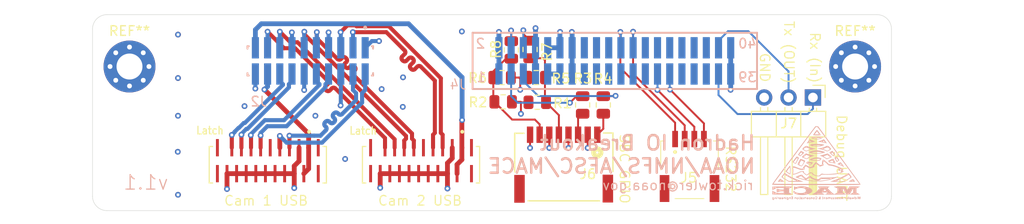
<source format=kicad_pcb>
(kicad_pcb (version 20241229) (generator "pcbnew") (generator_version "9.0")
  (layers (0 "F.Cu" signal) (4 "In1.Cu" signal) (6 "In2.Cu" signal) (2 "B.Cu" signal) (13 "F.Paste" user) (15 "B.Paste" user) (5 "F.SilkS" user "F.Silkscreen") (7 "B.SilkS" user "B.Silkscreen") (1 "F.Mask" user) (3 "B.Mask" user) (25 "Edge.Cuts" user))
  (net 0 "")
  (net 1 "USB1 VBUS")
  (net 2 "GND")
  (net 3 "USB1_D_P")
  (net 4 "USB1_RX_N")
  (net 5 "USB1_D_N")
  (net 7 "USB1_TX_N")
  (net 8 "USB1_TX_P")
  (net 9 "USB1_RX_P")
  (net 10 "USB0_TX_N")
  (net 11 "USB0_D_P")
  (net 12 "USB0 VBUS")
  (net 13 "USB0_TX_P")
  (net 14 "USB0_D_N")
  (net 15 "USB0_RX_N")
  (net 16 "USB0_RX_P")
  (net 18 "SBC_RS232-1-Rx")
  (net 19 "SBC_RS232-0-Tx")
  (net 20 "SBC_RS232-0-Rx")
  (net 22 "SBC_RS232-1-Tx")
  (net 24 "SBC_GPIO11")
  (net 25 "Net-(J4-Pad5)")
  (net 26 "SBC_GPIO10")
  (net 27 "Net-(J4-Pad3)")
  (net 28 "SBC_GPIO13")
  (net 29 "Net-(J4-Pad4)")
  (net 30 "SBC_GPIO12")
  (net 31 "Net-(J4-Pad6)")
  (net 32 "SBC_Debug-Rx")
  (net 36 "SBC_Debug-Tx")
  (net 37 "3.3v")
  (net 39 "5v")
  (footprint "Ricks_Library:CONN_JST_SM08B-NSHSS-TB" (layer "F.Cu") (at 70.2 35.4 180)
    (property "Reference" "J6")
    (property "Value" "SM08B-NSHSS-TB LFSN")
  )
  (footprint "Resistor_SMD:R_0805_2012Metric" (layer "F.Cu") (at 74.325 29 90)
    (property "Reference" "R4")
    (property "Value" "1k")
  )
  (footprint "Resistor_SMD:R_0805_2012Metric" (layer "F.Cu") (at 72.175 29 90)
    (property "Reference" "R3")
    (property "Value" "1k")
  )
  (footprint "Resistor_SMD:R_0805_2012Metric" (layer "F.Cu") (at 67.45 28.725)
    (property "Reference" "R1")
    (property "Value" "10k")
  )
  (footprint "Resistor_SMD:R_0805_2012Metric" (layer "F.Cu") (at 66.7 23.225 90)
    (property "Reference" "R7")
    (property "Value" "1k")
  )
  (footprint "Resistor_SMD:R_0805_2012Metric" (layer "F.Cu") (at 64.75 23.275 90)
    (property "Reference" "R8")
    (property "Value" "1k")
  )
  (footprint "MountingHole:MountingHole_2.7mm_M2.5_Pad_Via" (layer "F.Cu") (at 100.54 25)
    (property "Reference" "REF**")
    (property "Value" "MountingHole_2.7mm_M2.5_Pad_Via")
  )
  (footprint "Ricks_Library:HRS_TF38-18S-0.5SV_830_" (layer "F.Cu") (at 39.4 34.8)
    (property "Reference" "J1" (hide yes))
    (property "Value" "TF38-18S-0.5SV_830_")
  )
  (footprint "Resistor_SMD:R_0805_2012Metric" (layer "F.Cu") (at 67.3375 26.15 180)
    (property "Reference" "R5")
    (property "Value" "10k")
  )
  (footprint "Ricks_Library:CONN_JST_SM04B-NSHSS-TB" (layer "F.Cu") (at 83.3 35.4 180)
    (property "Reference" "J5")
    (property "Value" "SM04B-NSHSS-TB_LF__SN_" (hide yes))
  )
  (footprint "MountingHole:MountingHole_2.7mm_M2.5_Pad_Via" (layer "F.Cu") (at 25 25)
    (property "Reference" "REF**")
    (property "Value" "MountingHole_2.7mm_M2.5_Pad_Via")
  )
  (footprint "Ricks_Library:HRS_TF38-18S-0.5SV_830_" (layer "F.Cu") (at 55.35 34.8)
    (property "Reference" "J3" (hide yes))
    (property "Value" "TF38-18S-0.5SV_830_")
  )
  (footprint "Resistor_SMD:R_0805_2012Metric" (layer "F.Cu") (at 63.7875 26.15)
    (property "Reference" "R6")
    (property "Value" "10k")
  )
  (footprint "Connector_PinHeader_2.54mm:PinHeader_1x03_P2.54mm_Horizontal" (layer "F.Cu") (at 96.15 28.225 -90)
    (property "Reference" "J7")
    (property "Value" "Conn_01x03_Pin")
  )
  (footprint "Resistor_SMD:R_0805_2012Metric" (layer "F.Cu") (at 63.9 28.675 180)
    (property "Reference" "R2")
    (property "Value" "10k")
  )
  (footprint "Ricks_Library:SAMTEC_SFM-110-02-L-D-A" (layer "B.Cu") (at 43.82 24.4135)
    (property "Reference" "J2")
    (property "Value" "SFM-110-02-L-D-A")
  )
  (footprint "Ricks_Library:mace_logo-10x10" (layer "B.Cu") (at 96.496814 35.302177 180)
    (property "Reference" "G***" (hide yes))
    (property "Value" "LOGO" (hide yes))
  )
  (footprint "Ricks_Library:SAMTEC-SFM-120-02-X-D-A" (layer "B.Cu") (at 75.524 24.4135)
    (property "Reference" "J4")
    (property "Value" "SAMTEC-SFM-120-02-L-D-A")
  )
  (gr_arc (start 21.15 21.1) (mid 21.58934 20.03934) (end 22.65 19.6) (stroke (width 0.05)) (layer "Edge.Cuts"))
  (gr_arc (start 104.325 38.5) (mid 103.88566 39.56066) (end 102.825 40) (stroke (width 0.05)) (layer "Edge.Cuts"))
  (gr_line (start 21.15 38.5) (end 21.15 21.1) (stroke (width 0.05)) (layer "Edge.Cuts"))
  (gr_line (start 102.825 40) (end 22.65 40) (stroke (width 0.05)) (layer "Edge.Cuts"))
  (gr_line (start 22.65 19.6) (end 102.825 19.6) (stroke (width 0.05)) (layer "Edge.Cuts"))
  (gr_arc (start 22.65 40) (mid 21.58934 39.56066) (end 21.15 38.5) (stroke (width 0.05)) (layer "Edge.Cuts"))
  (gr_line (start 104.325 21.1) (end 104.325 38.5) (stroke (width 0.05)) (layer "Edge.Cuts"))
  (gr_arc (start 102.825 19.6) (mid 103.88566 20.03934) (end 104.325 21.1) (stroke (width 0.05)) (layer "Edge.Cuts"))
  (gr_text "Rx (In)" (at 95.775 21.35 270) (layer "F.SilkS") (effects (font (size 1 1) (thickness 0.127)) (justify left bottom)))
  (gr_text "SBC GPIO" (at 75.95 31.95 -90) (layer "F.SilkS") (effects (font (size 1 1) (thickness 0.127)) (justify left bottom)))
  (gr_text "Cam 1 USB" (at 34.775 39.55 0) (layer "F.SilkS") (effects (font (size 1 1) (thickness 0.127)) (justify left bottom)))
  (gr_text "Latch" (at 47.825 32.15 0) (layer "F.SilkS") (effects (font (size 0.8 0.7) (thickness 0.127) (bold yes)) (justify left bottom)))
  (gr_text "Latch" (at 31.875 32.125 0) (layer "F.SilkS") (effects (font (size 0.8 0.7) (thickness 0.127) (bold yes)) (justify left bottom)))
  (gr_text "Debug UART" (at 98.55 29.95 270) (layer "F.SilkS") (effects (font (size 1 1) (thickness 0.127)) (justify left bottom)))
  (gr_text "Cam 2 USB" (at 50.8 39.55 0) (layer "F.SilkS") (effects (font (size 1 1) (thickness 0.127)) (justify left bottom)))
  (gr_text "RS232" (at 87 33.175 -90) (layer "F.SilkS") (effects (font (size 1 1) (thickness 0.127)) (justify left bottom)))
  (gr_text "Tx (OUT)" (at 93.075 20.175 270) (layer "F.SilkS") (effects (font (size 1 1) (thickness 0.127)) (justify left bottom)))
  (gr_text "GND" (at 90.55 23.5 270) (layer "F.SilkS") (effects (font (size 1 1) (thickness 0.127)) (justify left bottom)))
  (gr_text "rick.towler@noaa.gov" (at 90.05 37.95 0) (layer "B.SilkS") (effects (font (size 1 1) (thickness 0.127)) (justify left bottom mirror)))
  (gr_text "v1.1\n" (at 29.15 37.95 0) (layer "B.SilkS") (effects (font (size 1.5 1.5) (thickness 0.13)) (justify left bottom mirror)))
  (gr_text "Hadron IO Breakout\nNOAA/NMFS/AFSC/MACE\n" (at 90.275 36.25 -0) (layer "B.SilkS") (effects (font (size 1.5 1.5) (thickness 0.254) (bold yes)) (justify left bottom mirror)))
  (segment (start 39.05 27.4) (end 43.65 32) (width 0.5) (layer "F.Cu") (net 1))
  (segment (start 43.15 36.15) (end 43.65 35.65) (width 0.5) (layer "F.Cu") (net 1))
  (segment (start 43.65 32) (end 43.65 33.45) (width 0.5) (layer "F.Cu") (net 1))
  (segment (start 43.65 35.65) (end 43.65 33.45) (width 0.5) (layer "F.Cu") (net 1))
  (via (at 39.05 27.4) (size 0.6) (drill 0.3) (layers "F.Cu" "B.Cu") (net 1))
  (segment (start 39.375 25.7785) (end 39.375 27.075) (width 0.5) (layer "B.Cu") (net 1))
  (segment (start 39.375 27.075) (end 39.05 27.4) (width 0.5) (layer "B.Cu") (net 1))
  (segment (start 65.725 28.675) (end 65.775 28.725) (width 0.2) (layer "F.Cu") (net 2))
  (segment (start 64.8125 28.675) (end 65.725 28.675) (width 0.2) (layer "F.Cu") (net 2))
  (segment (start 51.1 36.15) (end 52.1 36.15) (width 0.5) (layer "F.Cu") (net 2))
  (segment (start 35.15 36.15) (end 35.15 37.75) (width 0.5) (layer "F.Cu") (net 2))
  (segment (start 70.700001 33.474999) (end 70.7 33.475) (width 0.2) (layer "F.Cu") (net 2))
  (segment (start 42.15 36.15) (end 41.15 36.15) (width 0.5) (layer "F.Cu") (net 2))
  (segment (start 65.75 29.925) (end 65.75 28.75) (width 0.2) (layer "F.Cu") (net 2))
  (segment (start 65.775 28.725) (end 66.5375 28.725) (width 0.2) (layer "F.Cu") (net 2))
  (segment (start 68.7 32.1) (end 68.7 33.475) (width 0.2) (layer "F.Cu") (net 2))
  (segment (start 66.7 32.1) (end 66.7 33.475) (width 0.2) (layer "F.Cu") (net 2))
  (segment (start 57.1 36.15) (end 58.1 36.15) (width 0.5) (layer "F.Cu") (net 2))
  (segment (start 42.15 36.15) (end 42.15 37.65) (width 0.5) (layer "F.Cu") (net 2))
  (segment (start 39.15 36.15) (end 40.15 36.15) (width 0.5) (layer "F.Cu") (net 2))
  (segment (start 54.1 36.15) (end 55.1 36.15) (width 0.5) (layer "F.Cu") (net 2))
  (segment (start 58.1 36.15) (end 58.1 35.05) (width 0.5) (layer "F.Cu") (net 2))
  (segment (start 58.1 36.15) (end 58.1 37.7) (width 0.5) (layer "F.Cu") (net 2))
  (segment (start 35.15 36.15) (end 36.15 36.15) (width 0.5) (layer "F.Cu") (net 2))
  (segment (start 42.65 33.45) (end 42.65 34.85) (width 0.5) (layer "F.Cu") (net 2))
  (segment (start 65.75 28.75) (end 65.775 28.725) (width 0.2) (layer "F.Cu") (net 2))
  (segment (start 51.1 37.625) (end 51.1 36.15) (width 0.5) (layer "F.Cu") (net 2))
  (segment (start 42.15 35.35) (end 42.15 36.15) (width 0.5) (layer "F.Cu") (net 2))
  (segment (start 58.6 34.55) (end 58.6 33.45) (width 0.5) (layer "F.Cu") (net 2))
  (segment (start 66.5375 28.725) (end 66.5375 29.1375) (width 0.2) (layer "F.Cu") (net 2))
  (segment (start 36.15 36.15) (end 37.15 36.15) (width 0.5) (layer "F.Cu") (net 2))
  (segment (start 38.15 36.15) (end 39.15 36.15) (width 0.5) (layer "F.Cu") (net 2))
  (segment (start 70.700001 32.1) (end 70.700001 33.474999) (width 0.2) (layer "F.Cu") (net 2))
  (segment (start 56.1 36.15) (end 57.1 36.15) (width 0.5) (layer "F.Cu") (net 2))
  (segment (start 53.1 36.15) (end 54.1 36.15) (width 0.5) (layer "F.Cu") (net 2))
  (segment (start 42.65 34.85) (end 42.15 35.35) (width 0.5) (layer "F.Cu") (net 2))
  (segment (start 55.1 36.15) (end 56.1 36.15) (width 0.5) (layer "F.Cu") (net 2))
  (segment (start 37.15 36.15) (end 38.15 36.15) (width 0.5) (layer "F.Cu") (net 2))
  (segment (start 58.1 35.05) (end 58.6 34.55) (width 0.5) (layer "F.Cu") (net 2))
  (segment (start 72.7 32.1) (end 72.7 33.475) (width 0.2) (layer "F.Cu") (net 2))
  (segment (start 52.1 36.15) (end 53.1 36.15) (width 0.5) (layer "F.Cu") (net 2))
  (segment (start 40.15 36.15) (end 41.15 36.15) (width 0.5) (layer "F.Cu") (net 2))
  (via (at 42.15 37.65) (size 0.6) (drill 0.3) (layers "F.Cu" "B.Cu") (net 2))
  (via (at 50.975 22.35) (size 0.6) (drill 0.3) (layers "F.Cu" "B.Cu") (net 2))
  (via (at 30.05 26.2) (size 0.6) (drill 0.3) (layers "F.Cu" "B.Cu") (net 2))
  (via (at 51.1 37.625) (size 0.6) (drill 0.3) (layers "F.Cu" "B.Cu") (net 2))
  (via (at 67.269 21.006) (size 0.6) (drill 0.3) (layers "F.Cu" "B.Cu") (net 2))
  (via (at 46.975 29.050735) (size 0.6) (drill 0.3) (layers "F.Cu" "B.Cu") (net 2))
  (via (at 51.25 27.35) (size 0.6) (drill 0.3) (layers "F.Cu" "B.Cu") (net 2))
  (via (at 36.975 29.125) (size 0.6) (drill 0.3) (layers "F.Cu" "B.Cu") (net 2))
  (via (at 30.025 33.875) (size 0.6) (drill 0.3) (layers "F.Cu" "B.Cu") (net 2))
  (via (at 44.35 30.125) (size 0.6) (drill 0.3) (layers "F.Cu" "B.Cu") (net 2))
  (via (at 41.9 21.45) (size 0.6) (drill 0.3) (layers "F.Cu" "B.Cu") (net 2))
  (via (at 53.45 29.2) (size 0.6) (drill 0.3) (layers "F.Cu" "B.Cu") (net 2))
  (via (at 43.185754 27.446415) (size 0.6) (drill 0.3) (layers "F.Cu" "B.Cu") (net 2))
  (via (at 71.05 21.4) (size 0.6) (drill 0.3) (layers "F.Cu" "B.Cu") (net 2))
  (via (at 66.7 33.475) (size 0.6) (drill 0.3) (layers "F.Cu" "B.Cu") (net 2))
  (via (at 53.475 26.125) (size 0.6) (drill 0.3) (layers "F.Cu" "B.Cu") (net 2))
  (via (at 72.7 33.475) (size 0.6) (drill 0.3) (layers "F.Cu" "B.Cu") (net 2))
  (via (at 68.7 33.475) (size 0.6) (drill 0.3) (layers "F.Cu" "B.Cu") (net 2))
  (via (at 63.459 21.4) (size 0.6) (drill 0.3) (layers "F.Cu" "B.Cu") (net 2))
  (via (at 70.7 33.475) (size 0.6) (drill 0.3) (layers "F.Cu" "B.Cu") (net 2))
  (via (at 30.05 38.35) (size 0.6) (drill 0.3) (layers "F.Cu" "B.Cu") (net 2))
  (via (at 87.575 27.425) (size 0.6) (drill 0.3) (layers "F.Cu" "B.Cu") (net 2))
  (via (at 47.45 34.625) (size 0.6) (drill 0.3) (layers "F.Cu" "B.Cu") (net 2))
  (via (at 59.6 21.35) (size 0.6) (drill 0.3) (layers "F.Cu" "B.Cu") (net 2))
  (via (at 30.05 21.675) (size 0.6) (drill 0.3) (layers "F.Cu" "B.Cu") (net 2))
  (via (at 58.1 37.7) (size 0.6) (drill 0.3) (layers "F.Cu" "B.Cu") (net 2))
  (via (at 65.75 29.925) (size 0.6) (drill 0.3) (layers "F.Cu" "B.Cu") (net 2))
  (via (at 30.05 30.125) (size 0.6) (drill 0.3) (layers "F.Cu" "B.Cu") (net 2))
  (via (at 35.15 37.75) (size 0.6) (drill 0.3) (layers "F.Cu" "B.Cu") (net 2))
  (via (at 38.1 27.3) (size 0.6) (drill 0.3) (layers "F.Cu" "B.Cu") (net 2))
  (via (at 45.725 21.45) (size 0.6) (drill 0.3) (layers "F.Cu" "B.Cu") (net 2))
  (segment (start 71.079 23.0485) (end 71.079 25.7785) (width 0.5) (layer "B.Cu") (net 2))
  (segment (start 41.915 21.465) (end 41.9 21.45) (width 0.2) (layer "B.Cu") (net 2))
  (segment (start 67.269 21.006) (end 67.269 23.0485) (width 0.5) (layer "B.Cu") (net 2))
  (segment (start 50.2335 22.35) (end 49.535 23.0485) (width 0.42) (layer "B.Cu") (net 2))
  (segment (start 71.079 21.429) (end 71.05 21.4) (width 0.5) (layer "B.Cu") (net 2))
  (segment (start 87.589 25.7785) (end 87.589 27.411) (width 0.5) (layer "B.Cu") (net 2))
  (segment (start 46.997048 25.780548) (end 46.995 25.7785) (width 0.42) (layer "B.Cu") (net 2))
  (segment (start 46.975 29.050735) (end 46.997048 29.028687) (width 0.42) (layer "B.Cu") (net 2))
  (segment (start 46.997048 29.028687) (end 46.997048 25.780548) (width 0.42) (layer "B.Cu") (net 2))
  (segment (start 87.589 25.7785) (end 87.589 23.0485) (width 0.5) (layer "B.Cu") (net 2))
  (segment (start 45.725 23.7885) (end 45.725 21.45) (width 0.42) (layer "B.Cu") (net 2))
  (segment (start 67.269 23.0485) (end 67.269 25.7785) (width 0.5) (layer "B.Cu") (net 2))
  (segment (start 38.1 27.3) (end 38.105 27.295) (width 0.2) (layer "B.Cu") (net 2))
  (segment (start 43.185754 27.446415) (end 43.185753 27.446415) (width 0.2) (layer "B.Cu") (net 2))
  (segment (start 63.459 23.0485) (end 63.459 25.7785) (width 0.5) (layer "B.Cu") (net 2))
  (segment (start 63.459 21.4) (end 63.459 23.0485) (width 0.5) (layer "B.Cu") (net 2))
  (segment (start 50.975 22.35) (end 50.2335 22.35) (width 0.42) (layer "B.Cu") (net 2))
  (segment (start 38.105 27.295) (end 38.105 25.7785) (width 0.42) (layer "B.Cu") (net 2))
  (segment (start 43.185753 27.446415) (end 43.185 27.445662) (width 0.2) (layer "B.Cu") (net 2))
  (segment (start 87.589 27.411) (end 87.575 27.425) (width 0.5) (layer "B.Cu") (net 2))
  (segment (start 43.185 27.445662) (end 43.185 25.7785) (width 0.42) (layer "B.Cu") (net 2))
  (segment (start 41.915 23.7885) (end 41.915 21.465) (width 0.42) (layer "B.Cu") (net 2))
  (segment (start 71.079 23.0485) (end 71.079 21.429) (width 0.5) (layer "B.Cu") (net 2))
  (segment (start 40.65 33.45) (end 40.65 32.225) (width 0.5) (layer "F.Cu") (net 3))
  (via (at 40.65 32.225) (size 0.6) (drill 0.3) (layers "F.Cu" "B.Cu") (remove_unused_layers yes) (net 3))
  (segment (start 45.04463 32.925) (end 41.35 32.925) (width 0.4256) (layer "B.Cu") (net 3))
  (segment (start 49.535 27.443501) (end 49.2144 27.764101) (width 0.4256) (layer "B.Cu") (net 3))
  (segment (start 49.2144 27.764101) (end 49.2144 28.75523) (width 0.4256) (layer "B.Cu") (net 3))
  (segment (start 41.35 32.925) (end 40.65 32.225) (width 0.4256) (layer "B.Cu") (net 3))
  (segment (start 49.535 25.7785) (end 49.535 27.443501) (width 0.4256) (layer "B.Cu") (net 3))
  (segment (start 49.2144 28.75523) (end 45.04463 32.925) (width 0.4256) (layer "B.Cu") (net 3))
  (segment (start 36.65 33.45) (end 36.65 32.1) (width 0.4256) (layer "F.Cu") (net 4))
  (segment (start 36.65 32.1) (end 36.65 32.099999) (width 0.4256) (layer "F.Cu") (net 4))
  (via (at 36.65 32.1) (size 0.6) (drill 0.3) (layers "F.Cu" "B.Cu") (remove_unused_layers yes) (net 4))
  (segment (start 36.65 32.014258) (end 36.65 32.1) (width 0.4256) (layer "B.Cu") (net 4))
  (segment (start 41.5944 27.17523) (end 37.277165 31.492465) (width 0.4256) (layer "B.Cu") (net 4))
  (segment (start 37.277165 31.492465) (end 37.171793 31.492465) (width 0.4256) (layer "B.Cu") (net 4))
  (segment (start 37.171793 31.492465) (end 36.65 32.014258) (width 0.4256) (layer "B.Cu") (net 4))
  (segment (start 41.915 26.5185) (end 41.5944 26.8391) (width 0.4256) (layer "B.Cu") (net 4))
  (segment (start 41.915 25.7785) (end 41.915 26.5185) (width 0.4256) (layer "B.Cu") (net 4))
  (segment (start 41.5944 26.8391) (end 41.5944 27.17523) (width 0.4256) (layer "B.Cu") (net 4))
  (segment (start 41.65 32.2) (end 41.65 33.45) (width 0.4256) (layer "F.Cu") (net 5))
  (via (at 41.65 32.2) (size 0.6) (drill 0.3) (layers "F.Cu" "B.Cu") (remove_unused_layers yes) (net 5))
  (segment (start 45.435274 30.735612) (end 45.3468 30.824085) (width 0.4256) (layer "B.Cu") (net 5))
  (segment (start 44.881455 32.198915) (end 44.88037 32.2) (width 0.4256) (layer "B.Cu") (net 5))
  (segment (start 48.265 27.443501) (end 48.5856 27.764101) (width 0.4256) (layer "B.Cu") (net 5))
  (segment (start 46.332381 30.747986) (end 46.243909 30.83646) (width 0.4256) (layer "B.Cu") (net 5))
  (segment (start 46.320031 29.850903) (end 46.231557 29.939376) (width 0.4256) (layer "B.Cu") (net 5))
  (segment (start 45.447648 31.632719) (end 45.359176 31.721193) (width 0.4256) (layer "B.Cu") (net 5))
  (segment (start 48.265 25.7785) (end 48.265 26.412103) (width 0.2) (layer "B.Cu") (net 5))
  (segment (start 45.3468 31.177978) (end 45.447648 31.278826) (width 0.4256) (layer "B.Cu") (net 5))
  (segment (start 45.890016 30.836461) (end 45.789167 30.735612) (width 0.4256) (layer "B.Cu") (net 5))
  (segment (start 48.5856 27.764101) (end 48.5856 28.49477) (width 0.4256) (layer "B.Cu") (net 5))
  (segment (start 46.231557 30.293269) (end 46.332381 30.394093) (width 0.4256) (layer "B.Cu") (net 5))
  (segment (start 45.359176 31.721193) (end 44.881455 32.198915) (width 0.4256) (layer "B.Cu") (net 5))
  (segment (start 48.5856 28.49477) (end 47.128642 29.951728) (width 0.4256) (layer "B.Cu") (net 5))
  (segment (start 44.2285 32.2) (end 41.65 32.2) (width 0.4256) (layer "B.Cu") (net 5))
  (segment (start 46.774749 29.951728) (end 46.673924 29.850903) (width 0.4256) (layer "B.Cu") (net 5))
  (segment (start 44.88037 32.2) (end 44.2285 32.2) (width 0.4256) (layer "B.Cu") (net 5))
  (segment (start 46.243909 30.83646) (end 46.243909 30.836461) (width 0.4256) (layer "B.Cu") (net 5))
  (segment (start 48.265 25.7785) (end 48.265 27.443501) (width 0.4256) (layer "B.Cu") (net 5))
  (arc (start 45.789167 30.735612) (mid 45.612221 30.662318) (end 45.435274 30.735612) (width 0.4256) (layer "B.Cu") (net 5))
  (arc (start 45.3468 30.824085) (mid 45.273507 31.001031) (end 45.3468 31.177978) (width 0.4256) (layer "B.Cu") (net 5))
  (arc (start 46.673924 29.850903) (mid 46.496978 29.777609) (end 46.320031 29.850903) (width 0.4256) (layer "B.Cu") (net 5))
  (arc (start 45.447648 31.278826) (mid 45.520941 31.455773) (end 45.447648 31.632719) (width 0.4256) (layer "B.Cu") (net 5))
  (arc (start 46.243909 30.836461) (mid 46.066962 30.909755) (end 45.890016 30.836461) (width 0.4256) (layer "B.Cu") (net 5))
  (arc (start 46.231557 29.939376) (mid 46.158264 30.116322) (end 46.231557 30.293269) (width 0.4256) (layer "B.Cu") (net 5))
  (arc (start 46.332381 30.394093) (mid 46.405674 30.57104) (end 46.332381 30.747986) (width 0.4256) (layer "B.Cu") (net 5))
  (arc (start 47.128642 29.951728) (mid 46.951695 30.025022) (end 46.774749 29.951728) (width 0.4256) (layer "B.Cu") (net 5))
  (segment (start 38.65 33.45) (end 38.65 32.175) (width 0.4256) (layer "F.Cu") (net 7))
  (segment (start 38.65 32.175) (end 38.65 32.099999) (width 0.4256) (layer "F.Cu") (net 7))
  (via (at 38.65 32.175) (size 0.6) (drill 0.3) (layers "F.Cu" "B.Cu") (remove_unused_layers yes) (net 7))
  (segment (start 45.725 25.7785) (end 45.725 26.5185) (width 0.4256) (layer "B.Cu") (net 7))
  (segment (start 45.4044 26.8391) (end 45.4044 27.16523) (width 0.4256) (layer "B.Cu") (net 7))
  (segment (start 45.725 26.5185) (end 45.4044 26.8391) (width 0.4256) (layer "B.Cu") (net 7))
  (segment (start 38.65 31.9144) (end 39.35 31.2144) (width 0.4256) (layer "B.Cu") (net 7))
  (segment (start 45.4044 27.16523) (end 41.35523 31.2144) (width 0.4256) (layer "B.Cu") (net 7))
  (segment (start 38.65 32.175) (end 38.65 31.9144) (width 0.4256) (layer "B.Cu") (net 7))
  (segment (start 41.35523 31.2144) (end 39.35 31.2144) (width 0.4256) (layer "B.Cu") (net 7))
  (segment (start 37.65 32.175) (end 37.625 32.15) (width 0.4256) (layer "F.Cu") (net 8))
  (segment (start 37.65 32.125) (end 37.65 32.099999) (width 0.4256) (layer "F.Cu") (net 8))
  (segment (start 37.65 33.45) (end 37.65 32.175) (width 0.4256) (layer "F.Cu") (net 8))
  (segment (start 37.625 32.15) (end 37.65 32.125) (width 0.4256) (layer "F.Cu") (net 8))
  (via (at 37.625 32.15) (size 0.6) (drill 0.3) (layers "F.Cu" "B.Cu") (remove_unused_layers yes) (net 8))
  (segment (start 44.7756 26.90477) (end 41.09477 30.5856) (width 0.4256) (layer "B.Cu") (net 8))
  (segment (start 41.09477 30.5856) (end 39.094068 30.5856) (width 0.4256) (layer "B.Cu") (net 8))
  (segment (start 37.625 32.054668) (end 37.625 32.15) (width 0.4256) (layer "B.Cu") (net 8))
  (segment (start 44.455 26.5185) (end 44.7756 26.8391) (width 0.4256) (layer "B.Cu") (net 8))
  (segment (start 44.455 25.7785) (end 44.455 26.5185) (width 0.4256) (layer "B.Cu") (net 8))
  (segment (start 39.094068 30.5856) (end 37.625 32.054668) (width 0.4256) (layer "B.Cu") (net 8))
  (segment (start 44.7756 26.8391) (end 44.7756 26.90477) (width 0.4256) (layer "B.Cu") (net 8))
  (segment (start 35.65 32.125) (end 35.65 32.099999) (width 0.4256) (layer "F.Cu") (net 9))
  (segment (start 35.65 33.45) (end 35.65 32.125) (width 0.4256) (layer "F.Cu") (net 9))
  (via (at 35.65 32.125) (size 0.6) (drill 0.3) (layers "F.Cu" "B.Cu") (remove_unused_layers yes) (net 9))
  (segment (start 40.645 26.5185) (end 40.9656 26.8391) (width 0.4256) (layer "B.Cu") (net 9))
  (segment (start 35.9372 31.8378) (end 35.65 32.125) (width 0.4256) (layer "B.Cu") (net 9))
  (segment (start 36.354748 31.3872) (end 35.9372 31.804748) (width 0.4256) (layer "B.Cu") (net 9))
  (segment (start 35.9372 31.804748) (end 35.9372 31.8378) (width 0.4256) (layer "B.Cu") (net 9))
  (segment (start 40.9656 26.91477) (end 37.002685 30.877685) (width 0.4256) (layer "B.Cu") (net 9))
  (segment (start 37.002685 30.877685) (end 36.897315 30.877685) (width 0.4256) (layer "B.Cu") (net 9))
  (segment (start 40.645 25.7785) (end 40.645 26.5185) (width 0.4256) (layer "B.Cu") (net 9))
  (segment (start 36.3878 31.3872) (end 36.354748 31.3872) (width 0.4256) (layer "B.Cu") (net 9))
  (segment (start 36.897315 30.877685) (end 36.3878 31.3872) (width 0.4256) (layer "B.Cu") (net 9))
  (segment (start 40.9656 26.8391) (end 40.9656 26.91477) (width 0.4256) (layer "B.Cu") (net 9))
  (segment (start 44.5 21.5) (end 44.5 21.425) (width 0.2) (layer "F.Cu") (net 10))
  (segment (start 54.4116 31.975458) (end 54.4116 32.5116) (width 0.42) (layer "F.Cu") (net 10))
  (segment (start 48.323086 25.886945) (end 48.410768 25.974626) (width 0.42) (layer "F.Cu") (net 10))
  (segment (start 54.4116 32.5116) (end 54.6 32.7) (width 0.42) (layer "F.Cu") (net 10))
  (segment (start 47.007868 24.221002) (end 47.142968 24.085903) (width 0.42) (layer "F.Cu") (net 10))
  (segment (start 48.410768 25.974626) (end 48.465863 26.029721) (width 0.42) (layer "F.Cu") (net 10))
  (segment (start 47.446274 25.010133) (end 47.533956 25.097814) (width 0.42) (layer "F.Cu") (net 10))
  (segment (start 47.88468 25.097814) (end 48.019754 24.962741) (width 0.42) (layer "F.Cu") (net 10))
  (segment (start 47.493692 24.085902) (end 47.581373 24.173583) (width 0.42) (layer "F.Cu") (net 10))
  (segment (start 48.45816 25.401147) (end 48.323085 25.536219) (width 0.42) (layer "F.Cu") (net 10))
  (segment (start 44.5 22.063858) (end 46.657144 24.221002) (width 0.42) (layer "F.Cu") (net 10))
  (segment (start 44.5 21.425) (end 44.5 22.063858) (width 0.42) (layer "F.Cu") (net 10))
  (segment (start 48.370478 24.96274) (end 48.458159 25.050421) (width 0.42) (layer "F.Cu") (net 10))
  (segment (start 54.6 32.7) (end 54.6 33.45) (width 0.42) (layer "F.Cu") (net 10))
  (segment (start 48.465863 26.029721) (end 54.4116 31.975458) (width 0.42) (layer "F.Cu") (net 10))
  (segment (start 47.581374 24.524309) (end 47.446273 24.659407) (width 0.42) (layer "F.Cu") (net 10))
  (via (at 44.5 21.425) (size 0.6) (drill 0.3) (layers "F.Cu" "B.Cu") (remove_unused_layers yes) (net 10))
  (arc (start 46.657144 24.221002) (mid 46.832507 24.29364) (end 47.007868 24.221002) (width 0.42) (layer "F.Cu") (net 10))
  (arc (start 47.533956 25.097814) (mid 47.709319 25.170452) (end 47.88468 25.097814) (width 0.42) (layer "F.Cu") (net 10))
  (arc (start 48.323085 25.536219) (mid 48.250449 25.711582) (end 48.323086 25.886945) (width 0.42) (layer "F.Cu") (net 10))
  (arc (start 48.019754 24.962741) (mid 48.195115 24.890103) (end 48.370478 24.96274) (width 0.42) (layer "F.Cu") (net 10))
  (arc (start 48.458159 25.050421) (mid 48.530796 25.225784) (end 48.45816 25.401147) (width 0.42) (layer "F.Cu") (net 10))
  (arc (start 47.142968 24.085903) (mid 47.318329 24.013265) (end 47.493692 24.085902) (width 0.42) (layer "F.Cu") (net 10))
  (arc (start 47.581373 24.173583) (mid 47.65401 24.348946) (end 47.581374 24.524309) (width 0.42) (layer "F.Cu") (net 10))
  (arc (start 47.446273 24.659407) (mid 47.373637 24.83477) (end 47.446274 25.010133) (width 0.42) (layer "F.Cu") (net 10))
  (segment (start 44.5 21.425) (end 44.5 23.0035) (width 0.42) (layer "B.Cu") (net 10))
  (segment (start 44.5 23.0035) (end 44.455 23.0485) (width 0.2) (layer "B.Cu") (net 10))
  (segment (start 54.34946 25.272765) (end 54.261778 25.185083) (width 0.42) (layer "F.Cu") (net 11))
  (segment (start 51.73773 21.425) (end 48.25 21.425) (width 0.42) (layer "F.Cu") (net 11))
  (segment (start 53.564578 23.251848) (end 53.409001 23.096271) (width 0.42) (layer "F.Cu") (net 11))
  (segment (start 56.7884 26.47567) (end 55.318204 25.005474) (width 0.42) (layer "F.Cu") (net 11))
  (segment (start 53.652258 23.339528) (end 53.564578 23.251848) (width 0.42) (layer "F.Cu") (net 11))
  (segment (start 54.261779 24.834359) (end 54.52907 24.567065) (width 0.42) (layer "F.Cu") (net 11))
  (segment (start 54.967478 25.005473) (end 54.700186 25.272766) (width 0.42) (layer "F.Cu") (net 11))
  (segment (start 56.6 32.099999) (end 56.7884 31.911599) (width 0.42) (layer "F.Cu") (net 11))
  (segment (start 53.384966 23.957546) (end 53.652257 23.690252) (width 0.42) (layer "F.Cu") (net 11))
  (segment (start 54.090665 24.12866) (end 53.823373 24.395953) (width 0.42) (layer "F.Cu") (net 11))
  (segment (start 56.7884 31.911599) (end 56.7884 26.47567) (width 0.42) (layer "F.Cu") (net 11))
  (segment (start 56.6 33.45) (end 56.6 32.099999) (width 0.42) (layer "F.Cu") (net 11))
  (segment (start 53.409001 23.096271) (end 51.73773 21.425) (width 0.42) (layer "F.Cu") (net 11))
  (segment (start 54.529071 24.216341) (end 54.441391 24.128661) (width 0.42) (layer "F.Cu") (net 11))
  (segment (start 53.472647 24.395952) (end 53.384965 24.30827) (width 0.42) (layer "F.Cu") (net 11))
  (via (at 48.25 21.425) (size 0.6) (drill 0.3) (layers "F.Cu" "B.Cu") (remove_unused_layers yes) (net 11))
  (arc (start 54.441391 24.128661) (mid 54.266029 24.056023) (end 54.090665 24.12866) (width 0.42) (layer "F.Cu") (net 11))
  (arc (start 53.823373 24.395953) (mid 53.648009 24.46859) (end 53.472647 24.395952) (width 0.42) (layer "F.Cu") (net 11))
  (arc (start 53.652257 23.690252) (mid 53.724896 23.51489) (end 53.652258 23.339528) (width 0.42) (layer "F.Cu") (net 11))
  (arc (start 53.384965 24.30827) (mid 53.312327 24.132908) (end 53.384966 23.957546) (width 0.42) (layer "F.Cu") (net 11))
  (arc (start 54.52907 24.567065) (mid 54.601709 24.391703) (end 54.529071 24.216341) (width 0.42) (layer "F.Cu") (net 11))
  (arc (start 55.318204 25.005474) (mid 55.142842 24.932836) (end 54.967478 25.005473) (width 0.42) (layer "F.Cu") (net 11))
  (arc (start 54.261778 25.185083) (mid 54.18914 25.009721) (end 54.261779 24.834359) (width 0.42) (layer "F.Cu") (net 11))
  (arc (start 54.700186 25.272766) (mid 54.524822 25.345403) (end 54.34946 25.272765) (width 0.42) (layer "F.Cu") (net 11))
  (segment (start 48.265 21.44) (end 48.25 21.425) (width 0.2) (layer "B.Cu") (net 11))
  (segment (start 48.265 23.0485) (end 48.265 21.44) (width 0.42) (layer "B.Cu") (net 11))
  (segment (start 59.1 35.2) (end 59.1 36.15) (width 0.5) (layer "F.Cu") (net 12))
  (segment (start 59.6 33.45) (end 59.6 34.7) (width 0.5) (layer "F.Cu") (net 12))
  (segment (start 59.6 34.7) (end 59.1 35.2) (width 0.5) (layer "F.Cu") (net 12))
  (segment (start 59.6 30.6) (end 59.6 33.45) (width 0.5) (layer "F.Cu") (net 12))
  (segment (start 59.625 30.575) (end 59.6 30.6) (width 0.5) (layer "F.Cu") (net 12))
  (via (at 59.625 30.575) (size 0.6) (drill 0.3) (layers "F.Cu" "B.Cu") (net 12))
  (segment (start 54.05 20.55) (end 59.625 26.125) (width 0.5) (layer "B.Cu") (net 12))
  (segment (start 38.105 23.0485) (end 38.105 21.17) (width 0.5) (layer "B.Cu") (net 12))
  (segment (start 59.625 26.125) (end 59.625 30.575) (width 0.5) (layer "B.Cu") (net 12))
  (segment (start 38.105 21.17) (end 38.725 20.55) (width 0.5) (layer "B.Cu") (net 12))
  (segment (start 38.725 20.55) (end 54.05 20.55) (width 0.5) (layer "B.Cu") (net 12))
  (segment (start 53.7884 32.22907) (end 43.2 21.64067) (width 0.42) (layer "F.Cu") (net 13))
  (segment (start 53.7884 32.5116) (end 53.7884 32.22907) (width 0.42) (layer "F.Cu") (net 13))
  (segment (start 53.6 32.7) (end 53.7884 32.5116) (width 0.42) (layer "F.Cu") (net 13))
  (segment (start 43.2 21.64067) (end 43.2 21.375) (width 0.42) (layer "F.Cu") (net 13))
  (segment (start 53.6 33.45) (end 53.6 32.7) (width 0.42) (layer "F.Cu") (net 13))
  (via (at 43.2 21.375) (size 0.6) (drill 0.3) (layers "F.Cu" "B.Cu") (remove_unused_layers yes) (net 13))
  (segment (start 43.185 21.39) (end 43.2 21.375) (width 0.2) (layer "B.Cu") (net 13))
  (segment (start 43.185 23.0485) (end 43.185 21.39) (width 0.42) (layer "B.Cu") (net 13))
  (segment (start 48.544092 20.715) (end 47.685 20.715) (width 0.42) (layer "F.Cu") (net 14))
  (segment (start 57.6 32.099999) (end 57.4116 31.911599) (width 0.42) (layer "F.Cu") (net 14))
  (segment (start 57.4116 26.21753) (end 51.99907 20.805) (width 0.42) (layer "F.Cu") (net 14))
  (segment (start 57.6 33.45) (end 57.6 32.099999) (width 0.42) (layer "F.Cu") (net 14))
  (segment (start 48.634092 20.805) (end 48.544092 20.715) (width 0.42) (layer "F.Cu") (net 14))
  (segment (start 57.4116 31.911599) (end 57.4116 26.21753) (width 0.42) (layer "F.Cu") (net 14))
  (segment (start 47.685 20.715) (end 46.975 21.425) (width 0.42) (layer "F.Cu") (net 14))
  (segment (start 51.99907 20.805) (end 48.634092 20.805) (width 0.42) (layer "F.Cu") (net 14))
  (via (at 46.975 21.425) (size 0.6) (drill 0.3) (layers "F.Cu" "B.Cu") (remove_unused_layers yes) (net 14))
  (segment (start 46.995 23.0485) (end 46.995 21.445) (width 0.42) (layer "B.Cu") (net 14))
  (segment (start 46.995 21.445) (end 46.975 21.425) (width 0.2) (layer "B.Cu") (net 14))
  (segment (start 41.750335 22.475335) (end 40.65 21.375) (width 0.42) (layer "F.Cu") (net 15))
  (segment (start 52.6 33.45) (end 52.6 32.575) (width 0.42) (layer "F.Cu") (net 15))
  (segment (start 52.6 32.575) (end 42.500335 22.475335) (width 0.42) (layer "F.Cu") (net 15))
  (segment (start 42.500335 22.475335) (end 41.750335 22.475335) (width 0.42) (layer "F.Cu") (net 15))
  (via (at 40.65 21.375) (size 0.6) (drill 0.3) (layers "F.Cu" "B.Cu") (remove_unused_layers yes) (net 15))
  (segment (start 40.65 21.375) (end 40.645 21.38) (width 0.2) (layer "B.Cu") (net 15))
  (segment (start 40.645 21.38) (end 40.645 23.0485) (width 0.42) (layer "B.Cu") (net 15))
  (segment (start 45.630816 26.482628) (end 45.543136 26.394948) (width 0.42) (layer "F.Cu") (net 16))
  (segment (start 45.486879 26.338691) (end 42.243523 23.095335) (width 0.42) (layer "F.Cu") (net 16))
  (segment (start 42.243523 23.095335) (end 41.095335 23.095335) (width 0.42) (layer "F.Cu") (net 16))
  (segment (start 45.408532 27.055638) (end 45.630815 26.833352) (width 0.42) (layer "F.Cu") (net 16))
  (segment (start 46.069223 27.27176) (end 45.846939 27.494045) (width 0.42) (layer "F.Cu") (net 16))
  (segment (start 45.496213 27.494044) (end 45.408531 27.406362) (width 0.42) (layer "F.Cu") (net 16))
  (segment (start 51.6 33.45) (end 51.6 32.451812) (width 0.42) (layer "F.Cu") (net 16))
  (segment (start 51.6 32.451812) (end 46.419949 27.271761) (width 0.42) (layer "F.Cu") (net 16))
  (segment (start 41.095335 23.095335) (end 39.375 21.375) (width 0.42) (layer "F.Cu") (net 16))
  (segment (start 45.543136 26.394948) (end 45.486879 26.338691) (width 0.42) (layer "F.Cu") (net 16))
  (via (at 39.375 21.375) (size 0.6) (drill 0.3) (layers "F.Cu" "B.Cu") (remove_unused_layers yes) (net 16))
  (arc (start 46.419949 27.271761) (mid 46.244587 27.199123) (end 46.069223 27.27176) (width 0.42) (layer "F.Cu") (net 16))
  (arc (start 45.846939 27.494045) (mid 45.671575 27.566682) (end 45.496213 27.494044) (width 0.42) (layer "F.Cu") (net 16))
  (arc (start 45.408531 27.406362) (mid 45.335893 27.231) (end 45.408532 27.055638) (width 0.42) (layer "F.Cu") (net 16))
  (arc (start 45.630815 26.833352) (mid 45.703454 26.65799) (end 45.630816 26.482628) (width 0.42) (layer "F.Cu") (net 16))
  (segment (start 39.375 23.0485) (end 39.375 21.525) (width 0.42) (layer "B.Cu") (net 16))
  (segment (start 81.275 27.4) (end 84.8 30.925) (width 0.2) (layer "F.Cu") (net 18))
  (segment (start 84.8 30.925) (end 84.8 32.55) (width 0.2) (layer "F.Cu") (net 18))
  (via (at 81.275 27.4) (size 0.6) (drill 0.3) (layers "F.Cu" "B.Cu") (net 18))
  (segment (start 81.239 27.364) (end 81.275 27.4) (width 0.2) (layer "B.Cu") (net 18))
  (segment (start 81.239 25.7785) (end 81.239 27.364) (width 0.2) (layer "B.Cu") (net 18))
  (segment (start 76.1 25.15) (end 81.8 30.85) (width 0.2) (layer "F.Cu") (net 19))
  (segment (start 81.8 30.85) (end 81.8 32.55) (width 0.2) (layer "F.Cu") (net 19))
  (segment (start 76.1 21.4) (end 76.1 25.15) (width 0.2) (layer "F.Cu") (net 19))
  (via (at 76.1 21.4) (size 0.6) (drill 0.3) (layers "F.Cu" "B.Cu") (net 19))
  (segment (start 76.159 23.0485) (end 76.159 21.459) (width 0.2) (layer "B.Cu") (net 19))
  (segment (start 76.159 21.459) (end 76.1 21.4) (width 0.2) (layer "B.Cu") (net 19))
  (segment (start 82.8 31.125) (end 82.8 32.55) (width 0.2) (layer "F.Cu") (net 20))
  (segment (start 77.425 25.75) (end 82.8 31.125) (width 0.2) (layer "F.Cu") (net 20))
  (segment (start 77.425 21.375) (end 77.425 25.75) (width 0.2) (layer "F.Cu") (net 20))
  (via (at 77.425 21.375) (size 0.6) (drill 0.3) (layers "F.Cu" "B.Cu") (net 20))
  (segment (start 77.429 23.0485) (end 77.429 21.379) (width 0.2) (layer "B.Cu") (net 20))
  (segment (start 77.429 21.379) (end 77.425 21.375) (width 0.2) (layer "B.Cu") (net 20))
  (segment (start 79.961765 27.438235) (end 83.8 31.27647) (width 0.2) (layer "F.Cu") (net 22))
  (segment (start 83.8 31.27647) (end 83.8 32.55) (width 0.2) (layer "F.Cu") (net 22))
  (via (at 79.961765 27.438235) (size 0.6) (drill 0.3) (layers "F.Cu" "B.Cu") (net 22))
  (segment (start 79.969 25.7785) (end 79.969 27.431) (width 0.2) (layer "B.Cu") (net 22))
  (segment (start 79.969 27.431) (end 79.961765 27.438235) (width 0.2) (layer "B.Cu") (net 22))
  (segment (start 68.0375 24.1375) (end 68.25 24.35) (width 0.2) (layer "F.Cu") (net 24))
  (segment (start 68.25 24.35) (end 68.25 26.15) (width 0.2) (layer "F.Cu") (net 24))
  (segment (start 68.25 26.15) (end 68.25 28.6125) (width 0.2) (layer "F.Cu") (net 24))
  (segment (start 66.7 24.1375) (end 68.0375 24.1375) (width 0.2) (layer "F.Cu") (net 24))
  (segment (start 69.7 30.0625) (end 69.7 32.1) (width 0.2) (layer "F.Cu") (net 24))
  (segment (start 68.25 28.6125) (end 68.3625 28.725) (width 0.2) (layer "F.Cu") (net 24))
  (segment (start 68.3625 28.725) (end 69.7 30.0625) (width 0.2) (layer "F.Cu") (net 24))
  (segment (start 75.6 28.05) (end 75.5625 28.0875) (width 0.2) (layer "F.Cu") (net 25))
  (segment (start 75.5625 28.0875) (end 74.325 28.0875) (width 0.2) (layer "F.Cu") (net 25))
  (via (at 75.6 28.05) (size 0.6) (drill 0.3) (layers "F.Cu" "B.Cu") (net 25))
  (segment (start 65.999 26.5185) (end 65.999 25.7785) (width 0.2) (layer "B.Cu") (net 25))
  (segment (start 67.5555 28.075) (end 65.999 26.5185) (width 0.2) (layer "B.Cu") (net 25))
  (segment (start 75.575 28.075) (end 67.5555 28.075) (width 0.2) (layer "B.Cu") (net 25))
  (segment (start 75.6 28.05) (end 75.575 28.075) (width 0.2) (layer "B.Cu") (net 25))
  (segment (start 64.8375 30.525) (end 67.2 30.525) (width 0.2) (layer "F.Cu") (net 26))
  (segment (start 62.875 25.5) (end 62.875 26.15) (width 0.2) (layer "F.Cu") (net 26))
  (segment (start 67.2 30.525) (end 67.7 31.025) (width 0.2) (layer "F.Cu") (net 26))
  (segment (start 64.1875 24.1875) (end 62.875 25.5) (width 0.2) (layer "F.Cu") (net 26))
  (segment (start 62.875 28.5625) (end 62.9875 28.675) (width 0.2) (layer "F.Cu") (net 26))
  (segment (start 62.9875 28.675) (end 64.8375 30.525) (width 0.2) (layer "F.Cu") (net 26))
  (segment (start 67.7 31.025) (end 67.7 32.1) (width 0.2) (layer "F.Cu") (net 26))
  (segment (start 64.75 24.1875) (end 64.1875 24.1875) (width 0.2) (layer "F.Cu") (net 26))
  (segment (start 62.875 26.15) (end 62.875 28.5625) (width 0.2) (layer "F.Cu") (net 26))
  (segment (start 72.175 28.0875) (end 71.5375 28.0875) (width 0.2) (layer "F.Cu") (net 27))
  (segment (start 71.5375 28.0875) (end 70.85 28.775) (width 0.2) (layer "F.Cu") (net 27))
  (via (at 70.85 28.775) (size 0.6) (drill 0.3) (layers "F.Cu" "B.Cu") (net 27))
  (segment (start 64.729 28.079) (end 64.729 25.7785) (width 0.2) (layer "B.Cu") (net 27))
  (segment (start 65.425 28.775) (end 64.729 28.079) (width 0.2) (layer "B.Cu") (net 27))
  (segment (start 70.85 28.775) (end 65.425 28.775) (width 0.2) (layer "B.Cu") (net 27))
  (segment (start 74.325 31.475) (end 73.7 32.1) (width 0.2) (layer "F.Cu") (net 28))
  (segment (start 74.325 29.9125) (end 74.325 31.475) (width 0.2) (layer "F.Cu") (net 28))
  (segment (start 64.75 21.275) (end 64.75 22.3625) (width 0.2) (layer "F.Cu") (net 29))
  (segment (start 64.725 21.25) (end 64.75 21.275) (width 0.2) (layer "F.Cu") (net 29))
  (via (at 64.725 21.25) (size 0.6) (drill 0.3) (layers "F.Cu" "B.Cu") (net 29))
  (segment (start 64.725 21.25) (end 64.729 21.254) (width 0.2) (layer "B.Cu") (net 29))
  (segment (start 64.729 21.254) (end 64.729 23.0485) (width 0.2) (layer "B.Cu") (net 29))
  (segment (start 71.699999 30.387501) (end 71.699999 32.1) (width 0.2) (layer "F.Cu") (net 30))
  (segment (start 72.175 29.9125) (end 71.699999 30.387501) (width 0.2) (layer "F.Cu") (net 30))
  (segment (start 65.999 21.6115) (end 66.7 22.3125) (width 0.2) (layer "F.Cu") (net 31))
  (segment (start 65.999 21.226) (end 65.999 21.6115) (width 0.2) (layer "F.Cu") (net 31))
  (via (at 65.999 21.226) (size 0.6) (drill 0.3) (layers "F.Cu" "B.Cu") (net 31))
  (segment (start 65.999 21.226) (end 65.999 23.0485) (width 0.2) (layer "B.Cu") (net 31))
  (segment (start 86.319 25.7785) (end 86.319 27.969) (width 0.2) (layer "B.Cu") (net 32))
  (segment (start 96.15 29.4) (end 96.15 28.225) (width 0.2) (layer "B.Cu") (net 32))
  (segment (start 88.3 29.95) (end 95.6 29.95) (width 0.2) (layer "B.Cu") (net 32))
  (segment (start 95.6 29.95) (end 96.15 29.4) (width 0.2) (layer "B.Cu") (net 32))
  (segment (start 86.319 27.969) (end 88.3 29.95) (width 0.2) (layer "B.Cu") (net 32))
  (segment (start 93.61 25.51) (end 93.61 28.225) (width 0.2) (layer "B.Cu") (net 36))
  (segment (start 89.425 21.325) (end 93.61 25.51) (width 0.2) (layer "B.Cu") (net 36))
  (segment (start 87.3025 21.325) (end 89.425 21.325) (width 0.2) (layer "B.Cu") (net 36))
  (segment (start 86.319 22.3085) (end 87.3025 21.325) (width 0.2) (layer "B.Cu") (net 36))
  (segment (start 86.319 23.0485) (end 86.319 22.3085) (width 0.2) (layer "B.Cu") (net 36))
  (segment (start 65.55 26.15) (end 65.675 26.275) (width 0.2) (layer "F.Cu") (net 37))
  (segment (start 65.55 26.15) (end 66.425 26.15) (width 0.2) (layer "F.Cu") (net 37))
  (segment (start 65.675 26.275) (end 65.675 27.425) (width 0.2) (layer "F.Cu") (net 37))
  (segment (start 65.55 26.15) (end 64.7 26.15) (width 0.2) (layer "F.Cu") (net 37))
  (via (at 65.675 27.425) (size 0.6) (drill 0.3) (layers "F.Cu" "B.Cu") (net 37))
  (via (at 69.825 21.4) (size 0.6) (drill 0.3) (layers "F.Cu" "B.Cu") (net 37))
  (segment (start 69.809 23.0485) (end 69.809 21.416) (width 0.5) (layer "B.Cu") (net 37))
  (segment (start 69.809 23.0485) (end 69.8075 23.05) (width 0.5) (layer "B.Cu") (net 37))
  (segment (start 69.809 21.416) (end 69.825 21.4) (width 0.5) (layer "B.Cu") (net 37))
  (segment (start 69.809 23.0485) (end 68.539 23.0485) (width 0.5) (layer "B.Cu") (net 37))
  (segment (start 69.809 25.7785) (end 68.539 25.7785) (width 0.5) (layer "B.Cu") (net 39))
)
</source>
